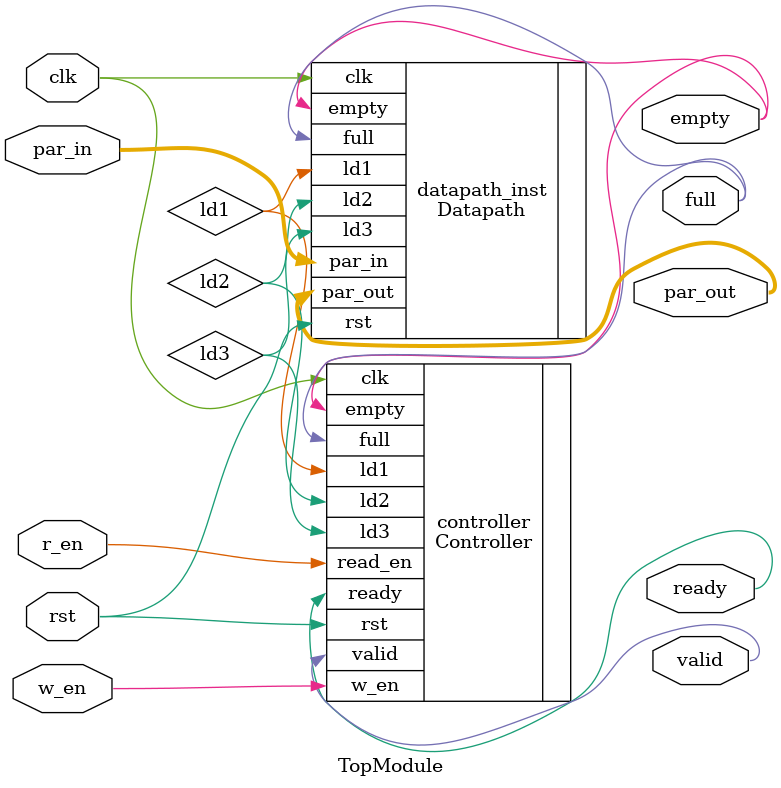
<source format=v>
module TopModule #(
    parameter SIZE = 16,    // Buffer size
    parameter WIDTH = 8,    // Data width
    parameter K = 4,        // Input parallel factor
    parameter J = 4,        // Output parallel factor
    parameter BIT = $clog2(SIZE)  // Address bits
)   
(
    input clk,
    input rst,
    input w_en,
    input r_en,
    input [(WIDTH*K)-1:0] par_in,
    output [(WIDTH*J)-1:0] par_out,
    output empty,
    output ready,
    output full,
    output valid
);

wire [(WIDTH*J)-1:0] out;

wire ld1 , ld2 , ld3;

Controller controller
(
    .clk(clk),
    .rst(rst),
    .full(full),
    .w_en(w_en),
    .ready(ready),
    .ld1(ld1),
    .ld2(ld2),
    .read_en(r_en),
    .empty(empty),
    .valid(valid),
    .ld3(ld3)
);

Datapath  #(
    .SIZE(SIZE),
    .WIDTH(WIDTH),
    .K(K),
    .J(J)
)   
datapath_inst(
    .clk(clk),
    .rst(rst),
    .ld1(ld1),
    .ld2(ld2),
    .ld3(ld3),
    .par_in(par_in),
    .par_out(par_out),
    .full(full),
    .empty(empty)
);

endmodule
</source>
